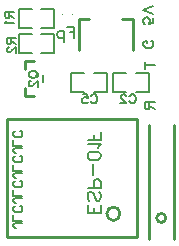
<source format=gbo>
G04 Layer: BottomSilkLayer*
G04 EasyEDA v6.1.51, Sun, 16 Jun 2019 04:45:57 GMT*
G04 01268da5a8234bf897f73133ac2f115b,46bf6a40d4384fdb86bc8fc37bf60e4c,10*
G04 Gerber Generator version 0.2*
G04 Scale: 100 percent, Rotated: No, Reflected: No *
G04 Dimensions in millimeters *
G04 leading zeros omitted , absolute positions ,3 integer and 3 decimal *
%FSLAX33Y33*%
%MOMM*%
G90*
G71D02*

%ADD10C,0.254000*%
%ADD11C,0.200000*%
%ADD27C,0.152400*%
%ADD28C,0.101600*%
%ADD29C,0.150012*%

%LPD*%
G54D28*
G01X5029Y20091D02*
G01X5029Y20040D01*
G01X5892Y20091D02*
G01X5892Y20040D01*
G54D10*
G01X14512Y1041D02*
G01X14512Y10641D01*
G01X12411Y1041D02*
G01X12411Y10641D01*
G01X7362Y19610D02*
G01X6463Y19610D01*
G01X6463Y17009D01*
G01X11062Y17009D02*
G01X11062Y19610D01*
G01X10163Y19610D01*
G54D11*
G01X7765Y13423D02*
G01X8865Y13423D01*
G01X8865Y15024D01*
G01X7765Y15024D01*
G01X6965Y13423D02*
G01X5865Y13423D01*
G01X5865Y14423D01*
G01X5865Y15024D01*
G01X6965Y15024D01*
G01X10522Y15024D02*
G01X9422Y15024D01*
G01X9422Y13423D01*
G01X10522Y13423D01*
G01X11322Y15024D02*
G01X12422Y15024D01*
G01X12422Y14024D01*
G01X12422Y13423D01*
G01X11322Y13423D01*
G01X2483Y18326D02*
G01X1383Y18326D01*
G01X1383Y16725D01*
G01X2483Y16725D01*
G01X3282Y18326D02*
G01X4383Y18326D01*
G01X4383Y17326D01*
G01X4383Y16725D01*
G01X3282Y16725D01*
G01X2483Y20485D02*
G01X1383Y20485D01*
G01X1383Y18884D01*
G01X2483Y18884D01*
G01X3282Y20485D02*
G01X4383Y20485D01*
G01X4383Y19485D01*
G01X4383Y18884D01*
G01X3282Y18884D01*
G54D10*
G01X1890Y13804D02*
G01X1890Y13145D01*
G01X1890Y13804D01*
G01X1890Y13145D01*
G01X2705Y13145D01*
G01X2705Y16064D02*
G01X1890Y16064D01*
G01X1890Y15405D01*
G54D11*
G01X3439Y14904D02*
G01X3439Y14305D01*
G54D10*
G01X11388Y1193D02*
G01X11388Y11193D01*
G01X388Y11193D01*
G01X388Y1193D01*
G01X11388Y1193D01*
G54D27*
G01X7510Y13081D02*
G01X7548Y13154D01*
G01X7619Y13225D01*
G01X7693Y13263D01*
G01X7838Y13263D01*
G01X7912Y13225D01*
G01X7983Y13154D01*
G01X8021Y13081D01*
G01X8056Y12971D01*
G01X8056Y12791D01*
G01X8021Y12682D01*
G01X7983Y12608D01*
G01X7912Y12534D01*
G01X7838Y12499D01*
G01X7693Y12499D01*
G01X7619Y12534D01*
G01X7548Y12608D01*
G01X7510Y12682D01*
G01X6835Y13263D02*
G01X7198Y13263D01*
G01X7233Y12936D01*
G01X7198Y12971D01*
G01X7089Y13009D01*
G01X6979Y13009D01*
G01X6870Y12971D01*
G01X6799Y12900D01*
G01X6761Y12791D01*
G01X6761Y12717D01*
G01X6799Y12608D01*
G01X6870Y12534D01*
G01X6979Y12499D01*
G01X7089Y12499D01*
G01X7198Y12534D01*
G01X7233Y12573D01*
G01X7271Y12644D01*
G01X10756Y13081D02*
G01X10794Y13154D01*
G01X10866Y13225D01*
G01X10939Y13263D01*
G01X11084Y13263D01*
G01X11158Y13225D01*
G01X11229Y13154D01*
G01X11267Y13081D01*
G01X11302Y12971D01*
G01X11302Y12791D01*
G01X11267Y12682D01*
G01X11229Y12608D01*
G01X11158Y12534D01*
G01X11084Y12499D01*
G01X10939Y12499D01*
G01X10866Y12534D01*
G01X10794Y12608D01*
G01X10756Y12682D01*
G01X10480Y13081D02*
G01X10480Y13119D01*
G01X10444Y13190D01*
G01X10408Y13225D01*
G01X10335Y13263D01*
G01X10190Y13263D01*
G01X10116Y13225D01*
G01X10081Y13190D01*
G01X10045Y13119D01*
G01X10045Y13045D01*
G01X10081Y12971D01*
G01X10154Y12862D01*
G01X10518Y12499D01*
G01X10007Y12499D01*
G01X381Y18034D02*
G01X1145Y18034D01*
G01X381Y18034D02*
G01X381Y17706D01*
G01X419Y17597D01*
G01X454Y17561D01*
G01X525Y17526D01*
G01X599Y17526D01*
G01X673Y17561D01*
G01X708Y17597D01*
G01X744Y17706D01*
G01X744Y18034D01*
G01X744Y17780D02*
G01X1145Y17526D01*
G01X563Y17249D02*
G01X525Y17249D01*
G01X454Y17211D01*
G01X419Y17175D01*
G01X381Y17104D01*
G01X381Y16957D01*
G01X419Y16885D01*
G01X454Y16847D01*
G01X525Y16812D01*
G01X599Y16812D01*
G01X673Y16847D01*
G01X782Y16921D01*
G01X1145Y17284D01*
G01X1145Y16776D01*
G01X254Y20193D02*
G01X1018Y20193D01*
G01X254Y20193D02*
G01X254Y19865D01*
G01X292Y19756D01*
G01X327Y19720D01*
G01X398Y19685D01*
G01X472Y19685D01*
G01X546Y19720D01*
G01X581Y19756D01*
G01X617Y19865D01*
G01X617Y20193D01*
G01X617Y19939D02*
G01X1018Y19685D01*
G01X398Y19443D02*
G01X363Y19370D01*
G01X254Y19263D01*
G01X1018Y19263D01*
G01X2230Y15021D02*
G01X2268Y15094D01*
G01X2339Y15166D01*
G01X2413Y15204D01*
G01X2522Y15239D01*
G01X2702Y15239D01*
G01X2811Y15204D01*
G01X2885Y15166D01*
G01X2959Y15094D01*
G01X2994Y15021D01*
G01X2994Y14876D01*
G01X2959Y14802D01*
G01X2885Y14731D01*
G01X2811Y14693D01*
G01X2702Y14658D01*
G01X2522Y14658D01*
G01X2413Y14693D01*
G01X2339Y14731D01*
G01X2268Y14802D01*
G01X2230Y14876D01*
G01X2230Y15021D01*
G01X2849Y14912D02*
G01X3065Y14693D01*
G01X2413Y14381D02*
G01X2374Y14381D01*
G01X2303Y14345D01*
G01X2268Y14310D01*
G01X2230Y14236D01*
G01X2230Y14091D01*
G01X2268Y14018D01*
G01X2303Y13982D01*
G01X2374Y13944D01*
G01X2448Y13944D01*
G01X2522Y13982D01*
G01X2631Y14053D01*
G01X2994Y14416D01*
G01X2994Y13908D01*
G01X8328Y3248D02*
G01X7239Y3248D01*
G01X8328Y3248D02*
G01X8328Y3924D01*
G01X7810Y3248D02*
G01X7810Y3665D01*
G01X7239Y3248D02*
G01X7239Y3924D01*
G01X8173Y4993D02*
G01X8277Y4889D01*
G01X8328Y4734D01*
G01X8328Y4526D01*
G01X8277Y4371D01*
G01X8173Y4267D01*
G01X8069Y4267D01*
G01X7965Y4318D01*
G01X7914Y4371D01*
G01X7861Y4475D01*
G01X7757Y4785D01*
G01X7706Y4889D01*
G01X7653Y4942D01*
G01X7548Y4993D01*
G01X7393Y4993D01*
G01X7289Y4889D01*
G01X7239Y4734D01*
G01X7239Y4526D01*
G01X7289Y4371D01*
G01X7393Y4267D01*
G01X8328Y5336D02*
G01X7239Y5336D01*
G01X8328Y5336D02*
G01X8328Y5803D01*
G01X8277Y5961D01*
G01X8224Y6012D01*
G01X8120Y6065D01*
G01X7965Y6065D01*
G01X7861Y6012D01*
G01X7810Y5961D01*
G01X7757Y5803D01*
G01X7757Y5336D01*
G01X7706Y6408D02*
G01X7706Y7343D01*
G01X8328Y7998D02*
G01X8277Y7841D01*
G01X8120Y7736D01*
G01X7861Y7686D01*
G01X7706Y7686D01*
G01X7444Y7736D01*
G01X7289Y7841D01*
G01X7239Y7998D01*
G01X7239Y8100D01*
G01X7289Y8257D01*
G01X7444Y8361D01*
G01X7706Y8412D01*
G01X7861Y8412D01*
G01X8120Y8361D01*
G01X8277Y8257D01*
G01X8328Y8100D01*
G01X8328Y7998D01*
G01X8120Y8755D02*
G01X8173Y8859D01*
G01X8328Y9014D01*
G01X7239Y9014D01*
G01X8328Y9357D02*
G01X7239Y9357D01*
G01X8328Y9357D02*
G01X8328Y10033D01*
G01X7810Y9357D02*
G01X7810Y9773D01*
G54D29*
G01X1717Y2324D02*
G01X1120Y2324D01*
G01X1008Y2286D01*
G01X972Y2247D01*
G01X934Y2174D01*
G01X934Y2100D01*
G01X972Y2024D01*
G01X1008Y1988D01*
G01X1120Y1950D01*
G01X1196Y1950D01*
G01X1717Y2570D02*
G01X934Y2570D01*
G01X934Y2570D02*
G01X934Y3017D01*
G01X1531Y3822D02*
G01X1605Y3784D01*
G01X1678Y3710D01*
G01X1717Y3634D01*
G01X1717Y3487D01*
G01X1678Y3411D01*
G01X1605Y3337D01*
G01X1531Y3299D01*
G01X1419Y3263D01*
G01X1231Y3263D01*
G01X1120Y3299D01*
G01X1046Y3337D01*
G01X972Y3411D01*
G01X934Y3487D01*
G01X934Y3634D01*
G01X972Y3710D01*
G01X1046Y3784D01*
G01X1120Y3822D01*
G01X1717Y4439D02*
G01X1120Y4439D01*
G01X1008Y4404D01*
G01X972Y4366D01*
G01X934Y4292D01*
G01X934Y4216D01*
G01X972Y4142D01*
G01X1008Y4104D01*
G01X1120Y4066D01*
G01X1196Y4066D01*
G01X1717Y4686D02*
G01X934Y4686D01*
G01X934Y4686D02*
G01X934Y5133D01*
G01X1531Y5938D02*
G01X1605Y5900D01*
G01X1678Y5826D01*
G01X1717Y5753D01*
G01X1717Y5603D01*
G01X1678Y5529D01*
G01X1605Y5453D01*
G01X1531Y5417D01*
G01X1419Y5379D01*
G01X1231Y5379D01*
G01X1120Y5417D01*
G01X1046Y5453D01*
G01X972Y5529D01*
G01X934Y5603D01*
G01X934Y5753D01*
G01X972Y5826D01*
G01X1046Y5900D01*
G01X1120Y5938D01*
G01X1717Y6558D02*
G01X1120Y6558D01*
G01X1008Y6520D01*
G01X972Y6482D01*
G01X934Y6408D01*
G01X934Y6334D01*
G01X972Y6258D01*
G01X1008Y6223D01*
G01X1120Y6184D01*
G01X1196Y6184D01*
G01X1717Y6804D02*
G01X934Y6804D01*
G01X934Y6804D02*
G01X934Y7251D01*
G01X1531Y8056D02*
G01X1605Y8018D01*
G01X1678Y7945D01*
G01X1717Y7868D01*
G01X1717Y7721D01*
G01X1678Y7645D01*
G01X1605Y7571D01*
G01X1531Y7533D01*
G01X1419Y7498D01*
G01X1231Y7498D01*
G01X1120Y7533D01*
G01X1046Y7571D01*
G01X972Y7645D01*
G01X934Y7721D01*
G01X934Y7868D01*
G01X972Y7945D01*
G01X1046Y8018D01*
G01X1120Y8056D01*
G01X1717Y8674D02*
G01X1120Y8674D01*
G01X1008Y8638D01*
G01X972Y8600D01*
G01X934Y8526D01*
G01X934Y8450D01*
G01X972Y8376D01*
G01X1008Y8338D01*
G01X1120Y8300D01*
G01X1196Y8300D01*
G01X1717Y8920D02*
G01X934Y8920D01*
G01X934Y8920D02*
G01X934Y9367D01*
G01X1531Y10172D02*
G01X1605Y10134D01*
G01X1678Y10060D01*
G01X1717Y9987D01*
G01X1717Y9837D01*
G01X1678Y9763D01*
G01X1605Y9687D01*
G01X1531Y9652D01*
G01X1419Y9613D01*
G01X1231Y9613D01*
G01X1120Y9652D01*
G01X1046Y9687D01*
G01X972Y9763D01*
G01X934Y9837D01*
G01X934Y9987D01*
G01X972Y10060D01*
G01X1046Y10134D01*
G01X1120Y10172D01*
G01X6096Y18961D02*
G01X6096Y18006D01*
G01X6096Y18961D02*
G01X5504Y18961D01*
G01X6096Y18506D02*
G01X5732Y18506D01*
G01X5204Y18641D02*
G01X5204Y17688D01*
G01X5204Y18506D02*
G01X5113Y18597D01*
G01X5024Y18641D01*
G01X4886Y18641D01*
G01X4795Y18597D01*
G01X4704Y18506D01*
G01X4660Y18369D01*
G01X4660Y18277D01*
G01X4704Y18143D01*
G01X4795Y18051D01*
G01X4886Y18006D01*
G01X5024Y18006D01*
G01X5113Y18051D01*
G01X5204Y18143D01*
G01X12064Y12573D02*
G01X12923Y12573D01*
G01X12064Y12573D02*
G01X12064Y12204D01*
G01X12105Y12082D01*
G01X12146Y12042D01*
G01X12227Y12001D01*
G01X12308Y12001D01*
G01X12392Y12042D01*
G01X12433Y12082D01*
G01X12473Y12204D01*
G01X12473Y12573D01*
G01X12473Y12285D02*
G01X12923Y12001D01*
G01X12590Y17779D02*
G01X12674Y17739D01*
G01X12755Y17658D01*
G01X12796Y17574D01*
G01X12796Y17411D01*
G01X12755Y17330D01*
G01X12674Y17246D01*
G01X12590Y17205D01*
G01X12468Y17165D01*
G01X12265Y17165D01*
G01X12141Y17205D01*
G01X12059Y17246D01*
G01X11978Y17330D01*
G01X11938Y17411D01*
G01X11938Y17574D01*
G01X11978Y17658D01*
G01X12059Y17739D01*
G01X12141Y17779D01*
G01X12265Y17779D01*
G01X12265Y17574D02*
G01X12265Y17779D01*
G01X12064Y15714D02*
G01X12923Y15714D01*
G01X12064Y16002D02*
G01X12064Y15430D01*
G01X12796Y19695D02*
G01X12796Y19286D01*
G01X12428Y19245D01*
G01X12468Y19286D01*
G01X12512Y19410D01*
G01X12512Y19532D01*
G01X12468Y19654D01*
G01X12387Y19735D01*
G01X12265Y19776D01*
G01X12184Y19776D01*
G01X12059Y19735D01*
G01X11978Y19654D01*
G01X11938Y19532D01*
G01X11938Y19410D01*
G01X11978Y19286D01*
G01X12019Y19245D01*
G01X12100Y19204D01*
G01X12796Y20048D02*
G01X11938Y20375D01*
G01X12796Y20701D02*
G01X11938Y20375D01*
G54D10*
G75*
G01X13843Y2794D02*
G03X13843Y2794I-381J0D01*
G01*
G75*
G01X9974Y3143D02*
G03X9974Y3143I-560J0D01*
G01*
M00*
M02*

</source>
